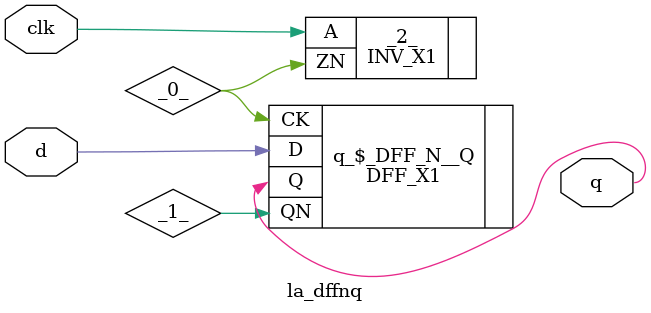
<source format=v>
/* Generated by Yosys 0.37 (git sha1 a5c7f69ed, clang 14.0.0-1ubuntu1.1 -fPIC -Os) */

module la_dffnq(d, clk, q);
  wire _0_;
  wire _1_;
  input clk;
  wire clk;
  input d;
  wire d;
  output q;
  wire q;
  INV_X1 _2_ (
    .A(clk),
    .ZN(_0_)
  );
  DFF_X1 \q_$_DFF_N__Q  (
    .CK(_0_),
    .D(d),
    .Q(q),
    .QN(_1_)
  );
endmodule

</source>
